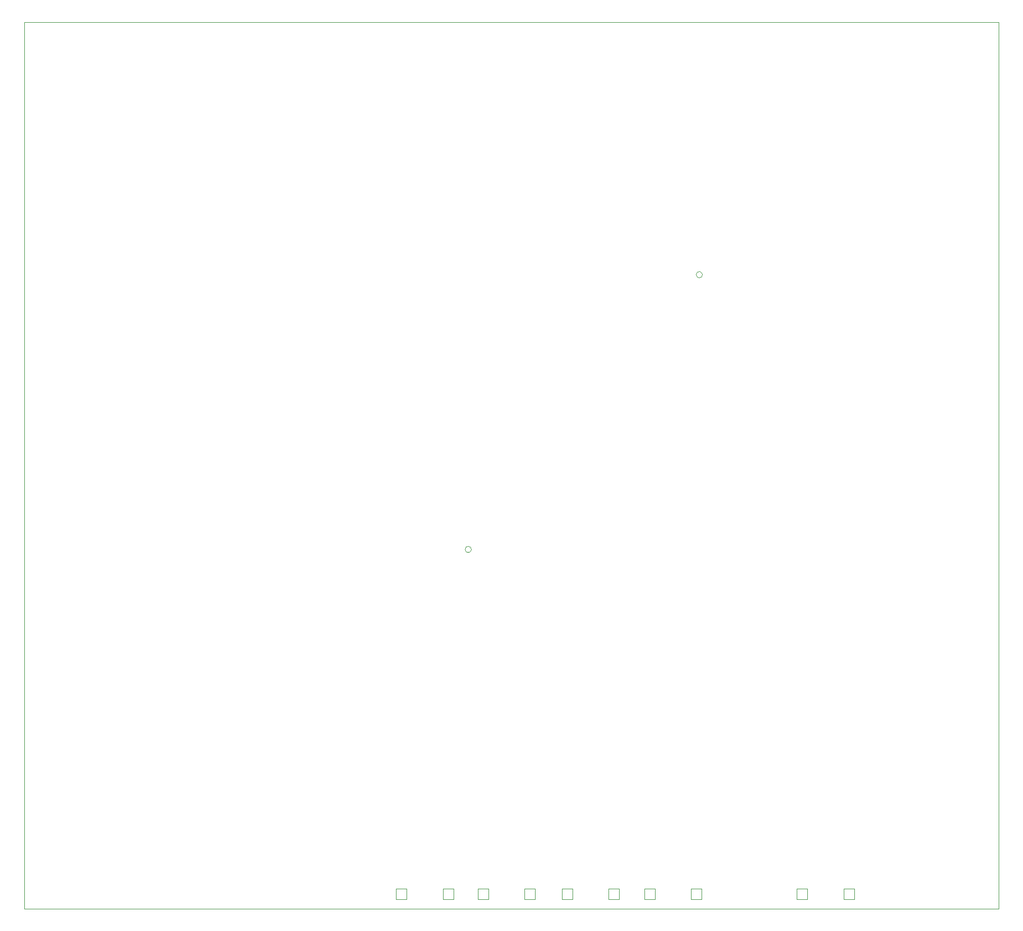
<source format=gm1>
G04 #@! TF.GenerationSoftware,KiCad,Pcbnew,8.0.0-rc1*
G04 #@! TF.CreationDate,2024-05-28T16:40:15+03:00*
G04 #@! TF.ProjectId,MXVR_3566,4d585652-5f33-4353-9636-2e6b69636164,REV1*
G04 #@! TF.SameCoordinates,Original*
G04 #@! TF.FileFunction,Profile,NP*
%FSLAX46Y46*%
G04 Gerber Fmt 4.6, Leading zero omitted, Abs format (unit mm)*
G04 Created by KiCad (PCBNEW 8.0.0-rc1) date 2024-05-28 16:40:15*
%MOMM*%
%LPD*%
G01*
G04 APERTURE LIST*
G04 #@! TA.AperFunction,Profile*
%ADD10C,0.050000*%
G04 #@! TD*
G04 APERTURE END LIST*
D10*
X47470000Y-25550000D02*
X203470000Y-25550000D01*
X203470000Y-167550000D01*
X47470000Y-167550000D01*
X47470000Y-25550000D01*
X119035000Y-110020000D02*
G75*
G02*
X118035000Y-110020000I-500000J0D01*
G01*
X118035000Y-110020000D02*
G75*
G02*
X119035000Y-110020000I500000J0D01*
G01*
X156035000Y-66020000D02*
G75*
G02*
X155035000Y-66020000I-500000J0D01*
G01*
X155035000Y-66020000D02*
G75*
G02*
X156035000Y-66020000I500000J0D01*
G01*
X171140000Y-166070010D02*
X172840000Y-166070010D01*
X172840000Y-164370010D01*
X171140000Y-164370010D01*
X171140000Y-166070010D01*
X178640000Y-166070010D02*
X180340000Y-166070010D01*
X180340000Y-164370010D01*
X178640000Y-164370010D01*
X178640000Y-166070010D01*
X106960000Y-166070010D02*
X108660000Y-166070010D01*
X108660000Y-164370010D01*
X106960000Y-164370010D01*
X106960000Y-166070010D01*
X114460000Y-166070010D02*
X116160000Y-166070010D01*
X116160000Y-164370010D01*
X114460000Y-164370010D01*
X114460000Y-166070010D01*
X146720000Y-166070010D02*
X148420000Y-166070010D01*
X148420000Y-164370010D01*
X146720000Y-164370010D01*
X146720000Y-166070010D01*
X154220000Y-166070010D02*
X155920000Y-166070010D01*
X155920000Y-164370010D01*
X154220000Y-164370010D01*
X154220000Y-166070010D01*
X120050000Y-166070010D02*
X121750000Y-166070010D01*
X121750000Y-164370010D01*
X120050000Y-164370010D01*
X120050000Y-166070010D01*
X127550000Y-166070010D02*
X129250000Y-166070010D01*
X129250000Y-164370010D01*
X127550000Y-164370010D01*
X127550000Y-166070010D01*
X133520000Y-166070010D02*
X135220000Y-166070010D01*
X135220000Y-164370010D01*
X133520000Y-164370010D01*
X133520000Y-166070010D01*
X141020000Y-166070010D02*
X142720000Y-166070010D01*
X142720000Y-164370010D01*
X141020000Y-164370010D01*
X141020000Y-166070010D01*
M02*

</source>
